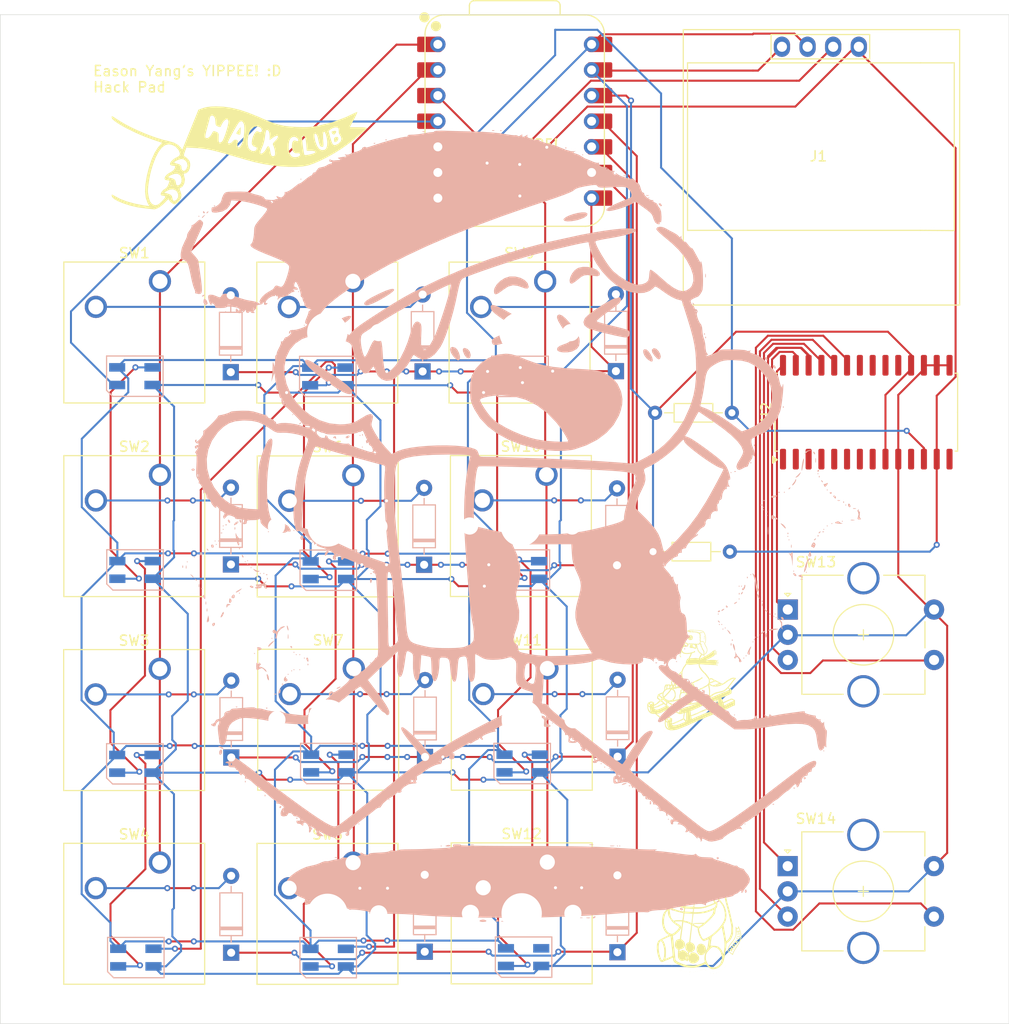
<source format=kicad_pcb>
(kicad_pcb (version 20240108) (generator "pcbnew") (generator_version "8.0")
  (layers (0 "F.Cu" signal) (31 "B.Cu" signal) (34 "B.Paste" user) (35 "F.Paste" user) (36 "B.SilkS" user "B.Silkscreen") (37 "F.SilkS" user "F.Silkscreen") (38 "B.Mask" user) (39 "F.Mask" user) (44 "Edge.Cuts" user))
  (net 0 "")
  (net 1 "Net-(D1-A)")
  (net 2 "row 1")
  (net 3 "row 2")
  (net 4 "Net-(D2-A)")
  (net 5 "Net-(D3-A)")
  (net 6 "row 3")
  (net 7 "Net-(D4-A)")
  (net 8 "row 4")
  (net 9 "Net-(D5-A)")
  (net 10 "Net-(D6-A)")
  (net 11 "Net-(D7-A)")
  (net 12 "Net-(D8-A)")
  (net 13 "Net-(D9-A)")
  (net 14 "Net-(D10-A)")
  (net 15 "Net-(D11-A)")
  (net 16 "Net-(D12-A)")
  (net 17 "LED")
  (net 18 "+5V")
  (net 19 "Net-(D13-DOUT)")
  (net 20 "Net-(D14-DOUT)")
  (net 21 "Net-(D15-DOUT)")
  (net 22 "Net-(D16-DOUT)")
  (net 23 "Net-(D17-DOUT)")
  (net 24 "Net-(D21-DOUT)")
  (net 25 "Net-(D22-DOUT)")
  (net 26 "Net-(D23-DOUT)")
  (net 27 "column 1")
  (net 28 "column 2")
  (net 29 "column 3")
  (net 30 "E1_SW")
  (net 31 "E2_SW")
  (net 33 "+3.3V")
  (net 34 "Net-(J1-Pin_4)")
  (net 35 "Net-(J1-Pin_3)")
  (net 36 "E2_A")
  (net 37 "E1_A")
  (net 38 "E2_B")
  (net 39 "E1_B")
  (net 40 "GND")
  (net 42 "Net-(D18-DOUT)")
  (net 43 "Net-(D19-DOUT)")
  (net 44 "Net-(D20-DOUT)")
  (footprint "Button_Switch_Keyboard:SW_Cherry_MX_1.00u_PCB" (layer "F.Cu") (at 102.525 125.695)
    (property "Reference" "SW12")
    (property "Value" "SW_Push" (hide yes))
  )
  (footprint "Button_Switch_Keyboard:SW_Cherry_MX_1.00u_PCB" (layer "F.Cu") (at 83.295 87.345)
    (property "Reference" "SW6")
    (property "Value" "SW_Push" (hide yes))
  )
  (footprint "Button_Switch_Keyboard:SW_Cherry_MX_1.00u_PCB" (layer "F.Cu") (at 102.445 87.305)
    (property "Reference" "SW10")
    (property "Value" "SW_Push" (hide yes))
  )
  (footprint "Button_Switch_Keyboard:SW_Cherry_MX_1.00u_PCB" (layer "F.Cu") (at 64.125 87.315)
    (property "Reference" "SW2")
    (property "Value" "SW_Push" (hide yes))
  )
  (footprint "Resistor_THT:R_Axial_DIN0204_L3.6mm_D1.6mm_P7.62mm_Horizontal" (layer "F.Cu") (at 120.625 94.925 180)
    (property "Reference" "R2" (hide yes))
    (property "Value" "R" (hide yes))
  )
  (footprint "LOGO" (layer "F.Cu") (at 72.04 55.83)
    (property "Reference" "G***" (hide yes))
    (property "Value" "LOGO" (hide yes))
  )
  (footprint "Rotary_Encoder:RotaryEncoder_Alps_EC11E-Switch_Vertical_H20mm_CircularMountingHoles" (layer "F.Cu") (at 126.355 126.095)
    (property "Reference" "SW14")
    (property "Value" "RotaryEncoder_Switch" (hide yes))
  )
  (footprint "LOGO" (layer "F.Cu") (at 116.83812 107.657506)
    (property "Reference" "G***" (hide yes))
    (property "Value" "LOGO" (hide yes))
  )
  (footprint "Button_Switch_Keyboard:SW_Cherry_MX_1.00u_PCB" (layer "F.Cu") (at 83.275 125.745)
    (property "Reference" "SW8")
    (property "Value" "SW_Push" (hide yes))
  )
  (footprint "Button_Switch_Keyboard:SW_Cherry_MX_1.00u_PCB" (layer "F.Cu") (at 83.345 106.505)
    (property "Reference" "SW7")
    (property "Value" "SW_Push" (hide yes))
  )
  (footprint "Button_Switch_Keyboard:SW_Cherry_MX_1.00u_PCB" (layer "F.Cu") (at 64.125 68.125)
    (property "Reference" "SW1")
    (property "Value" "SW_Push" (hide yes))
  )
  (footprint "Resistor_THT:R_Axial_DIN0204_L3.6mm_D1.6mm_P7.62mm_Horizontal" (layer "F.Cu") (at 120.825 81.165 180)
    (property "Reference" "R1" (hide yes))
    (property "Value" "R" (hide yes))
  )
  (footprint "Button_Switch_Keyboard:SW_Cherry_MX_1.00u_PCB" (layer "F.Cu") (at 102.535 106.505)
    (property "Reference" "SW11")
    (property "Value" "SW_Push" (hide yes))
  )
  (footprint "Package_SO:SOIC-28W_7.5x17.9mm_P1.27mm" (layer "F.Cu") (at 134.145 81.105 90)
    (property "Reference" "U2")
    (property "Value" "MCP23017_SO" (hide yes))
  )
  (footprint "Button_Switch_Keyboard:SW_Cherry_MX_1.00u_PCB" (layer "F.Cu") (at 83.255 68.135)
    (property "Reference" "SW5")
    (property "Value" "SW_Push" (hide yes))
  )
  (footprint "Button_Switch_Keyboard:SW_Cherry_MX_1.00u_PCB" (layer "F.Cu") (at 64.105 106.535)
    (property "Reference" "SW3")
    (property "Value" "SW_Push" (hide yes))
  )
  (footprint "LOGO" (layer "F.Cu") (at 117.56 130.86)
    (property "Reference" "G***" (hide yes))
    (property "Value" "LOGO" (hide yes))
  )
  (footprint "Button_Switch_Keyboard:SW_Cherry_MX_1.00u_PCB" (layer "F.Cu") (at 102.315 68.135)
    (property "Reference" "SW9")
    (property "Value" "SW_Push" (hide yes))
  )
  (footprint "Library:128x64OLED" (layer "F.Cu") (at 129.405 55.485)
    (property "Reference" "J1")
    (property "Value" "Conn_01x04_Pin" (hide yes))
  )
  (footprint "Button_Switch_Keyboard:SW_Cherry_MX_1.00u_PCB" (layer "F.Cu") (at 64.115 125.735)
    (property "Reference" "SW4")
    (property "Value" "SW_Push" (hide yes))
  )
  (footprint "OPL:XIAO-RP2040-DIP" (layer "F.Cu") (at 99.295 52.265)
    (property "Reference" "U1" (hide yes))
    (property "Value" "XIAO-RP2040-DIP")
  )
  (footprint "Rotary_Encoder:RotaryEncoder_Alps_EC11E-Switch_Vertical_H20mm_CircularMountingHoles" (layer "F.Cu") (at 126.36375 100.66375)
    (property "Reference" "SW13")
    (property "Value" "RotaryEncoder_Switch" (hide yes))
  )
  (footprint "Diode_THT:D_DO-35_SOD27_P7.62mm_Horizontal" (layer "B.Cu") (at 109.435 96.275 90)
    (property "Reference" "D10" (hide yes))
    (property "Value" "1N4148" (hide yes))
  )
  (footprint "Diode_THT:D_DO-35_SOD27_P7.62mm_Horizontal" (layer "B.Cu") (at 109.495 115.245 90)
    (property "Reference" "D11" (hide yes))
    (property "Value" "1N4148" (hide yes))
  )
  (footprint "LED_SMD:LED_SK6812MINI_PLCC4_3.5x3.5mm_P1.75mm" (layer "B.Cu") (at 99.955 96.745 180)
    (property "Reference" "D22" (hide yes))
    (property "Value" "SK6812MINI" (hide yes))
  )
  (footprint "Diode_THT:D_DO-35_SOD27_P7.62mm_Horizontal" (layer "B.Cu") (at 71.165 96.195 90)
    (property "Reference" "D2" (hide yes))
    (property "Value" "1N4148" (hide yes))
  )
  (footprint "Diode_THT:D_DO-35_SOD27_P7.62mm_Horizontal" (layer "B.Cu") (at 109.475 134.625 90)
    (property "Reference" "D12" (hide yes))
    (property "Value" "1N4148" (hide yes))
  )
  (footprint "LED_SMD:LED_SK6812MINI_PLCC4_3.5x3.5mm_P1.75mm" (layer "B.Cu") (at 80.815 96.765 180)
    (property "Reference" "D18" (hide yes))
    (property "Value" "SK6812MINI" (hide yes))
  )
  (footprint "LED_SMD:LED_SK6812MINI_PLCC4_3.5x3.5mm_P1.75mm" (layer "B.Cu") (at 80.805 135.165 180)
    (property "Reference" "D20" (hide yes))
    (property "Value" "SK6812MINI" (hide yes))
  )
  (footprint "Diode_THT:D_DO-35_SOD27_P7.62mm_Horizontal" (layer "B.Cu") (at 71.195 115.325 90)
    (property "Reference" "D3" (hide yes))
    (property "Value" "1N4148" (hide yes))
  )
  (footprint "LOGO" (layer "B.Cu") (at 98.614396 89.32794 180)
    (property "Reference" "G***" (hide yes))
    (property "Value" "LOGO" (hide yes))
  )
  (footprint "Diode_THT:D_DO-35_SOD27_P7.62mm_Horizontal" (layer "B.Cu") (at 90.405 115.275 90)
    (property "Reference" "D7" (hide yes))
    (property "Value" "1N4148" (hide yes))
  )
  (footprint "Diode_THT:D_DO-35_SOD27_P7.62mm_Horizontal" (layer "B.Cu") (at 71.185 134.675 90)
    (property "Reference" "D4" (hide yes))
    (property "Value" "1N4148" (hide yes))
  )
  (footprint "Diode_THT:D_DO-35_SOD27_P7.62mm_Horizontal" (layer "B.Cu") (at 90.165 77.065 90)
    (property "Reference" "D5" (hide yes))
    (property "Value" "1N4148" (hide yes))
  )
  (footprint "Diode_THT:D_DO-35_SOD27_P7.62mm_Horizontal" (layer "B.Cu") (at 90.375 134.575 90)
    (property "Reference" "D8" (hide yes))
    (property "Value" "1N4148" (hide yes))
  )
  (footprint "LED_SMD:LED_SK6812MINI_PLCC4_3.5x3.5mm_P1.75mm" (layer "B.Cu") (at 100.035 115.925 180)
    (property "Reference" "D23" (hide yes))
    (property "Value" "SK6812MINI" (hide yes))
  )
  (footprint "LED_SMD:LED_SK6812MINI_PLCC4_3.5x3.5mm_P1.75mm" (layer "B.Cu") (at 80.765 77.56 180)
    (property "Reference" "D17" (hide yes))
    (property "Value" "SK6812MINI" (hide yes))
  )
  (footprint "LED_SMD:LED_SK6812MINI_PLCC4_3.5x3.5mm_P1.75mm" (layer "B.Cu") (at 100.175 135.115 180)
    (property "Reference" "D24" (hide yes))
    (property "Value" "SK6812MINI" (hide yes))
  )
  (footprint "LED_SMD:LED_SK6812MINI_PLCC4_3.5x3.5mm_P1.75mm" (layer "B.Cu") (at 61.655 96.735 180)
    (property "Reference" "D14" (hide yes))
    (property "Value" "SK6812MINI" (hide yes))
  )
  (footprint "Diode_THT:D_DO-35_SOD27_P7.62mm_Horizontal" (layer "B.Cu") (at 109.325 77.035 90)
    (property "Reference" "D9" (hide yes))
    (property "Value" "1N4148" (hide yes))
  )
  (footprint "Diode_THT:D_DO-35_SOD27_P7.62mm_Horizontal" (layer "B.Cu") (at 90.315 96.225 90)
    (property "Reference" "D6" (hide yes))
    (property "Value" "1N4148" (hide yes))
  )
  (footprint "LED_SMD:LED_SK6812MINI_PLCC4_3.5x3.5mm_P1.75mm" (layer "B.Cu") (at 80.865 115.925 180)
    (property "Reference" "D19" (hide yes))
    (property "Value" "SK6812MINI" (hide yes))
  )
  (footprint "LED_SMD:LED_SK6812MINI_PLCC4_3.5x3.5mm_P1.75mm" (layer "B.Cu") (at 61.735 135.155 180)
    (property "Reference" "D16" (hide yes))
    (property "Value" "SK6812MINI" (hide yes))
  )
  (footprint "Diode_THT:D_DO-35_SOD27_P7.62mm_Horizontal" (layer "B.Cu") (at 71.145 77.135 90)
    (property "Reference" "D1" (hide yes))
    (property "Value" "1N4148" (hide yes))
  )
  (footprint "LED_SMD:LED_SK6812MINI_PLCC4_3.5x3.5mm_P1.75mm" (layer "B.Cu") (at 61.635 77.535 180)
    (property "Reference" "D13" (hide yes))
    (property "Value" "SK6812MINI" (hide yes))
  )
  (footprint "LED_SMD:LED_SK6812MINI_PLCC4_3.5x3.5mm_P1.75mm" (layer "B.Cu") (at 99.825 77.555 180)
    (property "Reference" "D21" (hide yes))
    (property "Value" "SK6812MINI" (hide yes))
  )
  (footprint "LED_SMD:LED_SK6812MINI_PLCC4_3.5x3.5mm_P1.75mm" (layer "B.Cu") (at 61.635 115.955 180)
    (property "Reference" "D15" (hide yes))
    (property "Value" "SK6812MINI" (hide yes))
  )
  (gr_rect (start 48.295 41.705) (end 148.295 141.705) (stroke (width 0.05)) (fill none) (layer "Edge.Cuts"))
  (gr_text "XIAO HERE!" (at 95.085 55.155 0) (layer "F.SilkS") (effects (font (size 1 1)) (justify left bottom)))
  (gr_text "Eason Yang's YIPPEE! :D\nHack Pad" (at 57.41 49.48 0) (layer "F.SilkS") (effects (font (size 1 1)) (justify left bottom)))
  (segment (start 71.145 69.515) (end 69.995 70.665) (width 0.2) (layer "B.Cu") (net 1))
  (segment (start 69.995 70.665) (end 57.775 70.665) (width 0.2) (layer "B.Cu") (net 1))
  (segment (start 109.325 77.035) (end 106.895 74.605) (width 0.2) (layer "F.Cu") (net 2))
  (segment (start 109.325 77.035) (end 103.055 77.035) (width 0.2) (layer "F.Cu") (net 2))
  (segment (start 90.165 77.065) (end 91.795 77.065) (width 0.2) (layer "F.Cu") (net 2))
  (segment (start 90.165 77.065) (end 88.545 77.065) (width 0.2) (layer "F.Cu") (net 2))
  (segment (start 93.935 77.065) (end 96.605 77.065) (width 0.2) (layer "F.Cu") (net 2))
  (segment (start 106.895 74.605) (end 106.895 59.915) (width 0.2) (layer "F.Cu") (net 2))
  (segment (start 71.145 77.135) (end 77.585 77.135) (width 0.2) (layer "F.Cu") (net 2))
  (segment (start 86.615 77.065) (end 84.015 77.065) (width 0.2) (layer "F.Cu") (net 2))
  (via (at 103.055 77.035) (size 0.6) (drill 0.3) (layers "F.Cu" "B.Cu") (net 2))
  (via (at 86.615 77.065) (size 0.6) (drill 0.3) (layers "F.Cu" "B.Cu") (net 2))
  (via (at 91.795 77.065) (size 0.6) (drill 0.3) (layers "F.Cu" "B.Cu") (net 2))
  (via (at 96.605 77.065) (size 0.6) (drill 0.3) (layers "F.Cu" "B.Cu") (net 2))
  (via (at 77.585 77.135) (size 0.6) (drill 0.3) (layers "F.Cu" "B.Cu") (net 2))
  (via (at 84.015 77.065) (size 0.6) (drill 0.3) (layers "F.Cu" "B.Cu") (net 2))
  (via (at 88.545 77.065) (size 0.6) (drill 0.3) (layers "F.Cu" "B.Cu") (net 2))
  (via (at 93.935 77.065) (size 0.6) (drill 0.3) (layers "F.Cu" "B.Cu") (net 2))
  (segment (start 91.795 77.065) (end 93.935 77.065) (width 0.2) (layer "B.Cu") (net 2))
  (segment (start 83.67 77.41) (end 84.015 77.065) (width 0.2) (layer "B.Cu") (net 2))
  (segment (start 96.605 77.065) (end 96.945 77.405) (width 0.2) (layer "B.Cu") (net 2))
  (segment (start 86.615 77.065) (end 88.545 77.065) (width 0.2) (layer "B.Cu") (net 2))
  (segment (start 102.685 77.405) (end 103.055 77.035) (width 0.2) (layer "B.Cu") (net 2))
  (segment (start 77.585 77.135) (end 77.86 77.41) (width 0.2) (layer "B.Cu") (net 2))
  (segment (start 96.945 77.405) (end 102.685 77.405) (width 0.2) (layer "B.Cu") (net 2))
  (segment (start 77.86 77.41) (end 83.67 77.41) (width 0.2) (layer "B.Cu") (net 2))
  (segment (start 109.435 96.275) (end 103.215 96.275) (width 0.2) (layer "F.Cu") (net 3))
  (segment (start 110.595 60.24) (end 107.73 57.375) (width 0.2) (layer "F.Cu") (net 3))
  (segment (start 94.085 96.225) (end 96.725 96.225) (width 0.2) (layer "F.Cu") (net 3))
  (segment (start 90.315 96.225) (end 91.975 96.225) (width 0.2) (layer "F.Cu") (net 3))
  (segment (start 90.315 96.225) (end 88.665 96.225) (width 0.2) (layer "F.Cu") (net 3))
  (segment (start 107.73 57.375) (end 106.895 57.375) (width 0.2) (layer "F.Cu") (net 3))
  (segment (start 110.595 95.115) (end 110.595 60.24) (width 0.2) (layer "F.Cu") (net 3))
  (segment (start 109.435 96.275) (end 110.595 95.115) (width 0.2) (layer "F.Cu") (net 3))
  (segment (start 86.585 96.225) (end 84.135 96.225) (width 0.2) (layer "F.Cu") (net 3))
  (segment (start 71.165 96.195) (end 77.545 96.195) (width 0.2) (layer "F.Cu") (net 3))
  (via (at 88.665 96.225) (size 0.6) (drill 0.3) (layers "F.Cu" "B.Cu") (net 3))
  (via (at 91.975 96.225) (size 0.6) (drill 0.3) (layers "F.Cu" "B.Cu") (net 3))
  (via (at 103.215 96.275) (size 0.6) (drill 0.3) (layers "F.Cu" "B.Cu") (net 3))
  (via (at 86.585 96.225) (size 0.6) (drill 0.3) (layers "F.Cu" "B.Cu") (net 3))
  (via (at 94.085 96.225) (size 0.6) (drill 0.3) (layers "F.Cu" "B.Cu") (net 3))
  (via (at 77.545 96.195) (size 0.6) (drill 0.3) (layers "F.Cu" "B.Cu") (net 3))
  (via (at 84.135 96.225) (size 0.6) (drill 0.3) (layers "F.Cu" "B.Cu") (net 3))
  (via (at 96.725 96.225) (size 0.6) (drill 0.3) (layers "F.Cu" "B.Cu") (net 3))
  (segment (start 91.975 96.225) (end 94.085 96.225) (width 0.2) (layer "B.Cu") (net 3))
  (segment (start 77.545 96.195) (end 77.965 96.615) (width 0.2) (layer "B.Cu") (net 3))
  (segment (start 88.665 96.225) (end 86.585 96.225) (width 0.2) (layer "B.Cu") (net 3))
  (segment (start 83.745 96.615) (end 84.135 96.225) (width 0.2) (layer "B.Cu") (net 3))
  (segment (start 102.725 96.765) (end 103.215 96.275) (width 0.2) (layer "B.Cu") (net 3))
  (segment (start 96.725 96.225) (end 97.265 96.765) (width 0.2) (layer "B.Cu") (net 3))
  (segment (start 77.965 96.615) (end 83.745 96.615) (width 0.2) (layer "B.Cu") (net 3))
  (segment (start 97.265 96.765) (end 102.725 96.765) (width 0.2) (layer "B.Cu") (net 3))
  (segment (start 64.865 89.855) (end 67.395 89.855) (width 0.2) (layer "F.Cu") (net 4))
  (via (at 67.395 89.855) (size 0.6) (drill 0.3) (layers "F.Cu" "B.Cu") (net 4))
  (via (at 64.865 89.855) (size 0.6) (drill 0.3) (layers "F.Cu" "B.Cu") (net 4))
  (segment (start 71.165 88.575) (end 69.885 89.855) (width 0.2) (layer "B.Cu") (net 4))
  (segment (start 69.885 89.855) (end 67.395 89.855) (width 0.2) (layer "B.Cu") (net 4))
  (segment (start 64.865 89.855) (end 57.775 89.855) (width 0.2) (layer "B.Cu") (net 4))
  (segment (start 64.995 109.075) (end 67.485 109.075) (width 0.2) (layer "F.Cu") (net 5))
  (via (at 67.485 109.075) (size 0.6) (drill 0.3) (layers "F.Cu" "B.Cu") (net 5))
  (via (at 64.995 109.075) (size 0.6) (drill 0.3) (layers "F.Cu" "B.Cu") (net 5))
  (segment (start 71.195 107.705) (end 69.825 109.075) (width 0.2) (layer "B.Cu") (net 5))
  (segment (start 69.825 109.075) (end 67.485 109.075) (width 0.2) (layer "B.Cu") (net 5))
  (segment (start 64.995 109.075) (end 57.755 109.075) (width 0.2) (layer "B.Cu") (net 5))
  (segment (start 86.675 115.275) (end 84.195 115.275) (width 0.2) (layer "F.Cu") (net 6))
  (segment (start 71.195 115.325) (end 77.585 115.325) (width 0.2) (layer "F.Cu") (net 6))
  (segment (start 90.405 115.275) (end 92.175 115.275) (width 0.2) (layer "F.Cu") (net 6))
  (segment (start 107.73 54.835) (end 106.895 54.835) (width 0.2) (layer "F.Cu") (net 6))
  (segment (start 109.495 115.245) (end 103.355 115.245) (width 0.2) (layer "F.Cu") (net 6))
  (segment (start 94.155 115.275) (end 96.815 115.275) (width 0.2) (layer "F.Cu") (net 6))
  (segment (start 109.495 115.245) (end 110.995 113.745) (width 0.2) (layer "F.Cu") (net 6))
  (segment (start 110.995 58.1) (end 107.73 54.835) (width 0.2) (layer "F.Cu") (net 6))
  (segment (start 110.995 113.745) (end 110.995 58.1) (width 0.2) (layer "F.Cu") (net 6))
  (segment (start 90.405 115.275) (end 88.635 115.275) (width 0.2) (layer "F.Cu") (net 6))
  (via (at 94.155 115.275) (size 0.6) (drill 0.3) (layers "F.Cu" "B.Cu") (net 6))
  (via (at 84.195 115.275) (size 0.6) (drill 0.3) (layers "F.Cu" "B.Cu") (net 6))
  (via (at 96.815 115.275) (size 0.6) (drill 0.3) (layers "F.Cu" "B.Cu") (net 6))
  (via (at 77.585 115.325) (size 0.6) (drill 0.3) (layers "F.Cu" "B.Cu") (net 6))
  (via (at 88.635 115.275) (size 0.6) (drill 0.3) (layers "F.Cu" "B.Cu") (net 6))
  (via (at 92.175 115.275) (size 0.6) (drill 0.3) (layers "F.Cu" "B.Cu") (net 6))
  (via (at 103.355 115.245) (size 0.6) (drill 0.3) (layers "F.Cu" "B.Cu") (net 6))
  (via (at 86.675 115.275) (size 0.6) (drill 0.3) (layers "F.Cu" "B.Cu") (net 6))
  (segment (start 97.315 115.775) (end 102.825 115.775) (width 0.2) (layer "B.Cu") (net 6))
  (segment (start 92.175 115.275) (end 94.155 115.275) (width 0.2) (layer "B.Cu") (net 6))
  (segment (start 83.695 115.775) (end 78.035 115.775) (width 0.2) (layer "B.Cu") (net 6))
  (segment (start 96.815 115.275) (end 97.315 115.775) (width 0.2) (layer "B.Cu") (net 6))
  (segment (start 84.195 115.275) (end 83.695 115.775) (width 0.2) (layer "B.Cu") (net 6))
  (segment (start 102.825 115.775) (end 103.355 115.245) (width 0.2) (layer "B.Cu") (net 6))
  (segment (start 88.635 115.275) (end 86.675 115.275) (width 0.2) (layer "B.Cu") (net 6))
  (segment (start 78.035 115.775) (end 77.585 115.325) (width 0.2) (layer "B.Cu") (net 6))
  (segment (start 64.855 128.275) (end 67.475 128.275) (width 0.2) (layer "F.Cu") (net 7))
  (via (at 67.475 128.275) (size 0.6) (drill 0.3) (layers "F.Cu" "B.Cu") (net 7))
  (via (at 64.855 128.275) (size 0.6) (drill 0.3) (layers "F.Cu" "B.Cu") (net 7))
  (segment (start 64.855 128.275) (end 57.765 128.275) (width 0.2) (layer "B.Cu") (net 7))
  (segment (start 71.185 127.055) (end 69.965 128.275) (width 0.2) (layer "B.Cu") (net 7))
  (segment (start 69.965 128.275) (end 67.475 128.275) (width 0.2) (layer "B.Cu") (net 7))
  (segment (start 111.395 55.71737) (end 107.97263 52.295) (width 0.2) (layer "F.Cu") (net 8))
  (segment (start 109.475 134.625) (end 111.395 132.705) (width 0.2) (layer "F.Cu") (net 8))
  (segment (start 103.625 134.575) (end 109.425 134.575) (width 0.2) (layer "F.Cu") (net 8))
  (segment (start 71.185 134.675) (end 77.455 134.675) (width 0.2) (layer "F.Cu") (net 8))
  (segment (start 90.275 134.675) (end 90.375 134.575) (width 0.2) (layer "F.Cu") (net 8))
  (segment (start 111.395 132.705) (end 111.395 55.71737) (width 0.2) (layer "F.Cu") (net 8))
  (segment (start 109.425 134.575) (end 109.475 134.625) (width 0.2) (layer "F.Cu") (net 8))
  (segment (start 84.175 134.675) (end 90.275 134.675) (width 0.2) (layer "F.Cu") (net 8))
  (segment (start 107.97263 52.295) (end 106.895 52.295) (width 0.2) (layer "F.Cu") (net 8))
  (segment (start 90.375 134.575) (end 96.705 134.575) (width 0.2) (layer "F.Cu") (net 8))
  (via (at 84.175 134.675) (size 0.6) (drill 0.3) (layers "F.Cu" "B.Cu") (net 8))
  (via (at 96.705 134.575) (size 0.6) (drill 0.3) (layers "F.Cu" "B.Cu") (net 8))
  (via (at 77.455 134.675) (size 0.6) (drill 0.3) (layers "F.Cu" "B.Cu") (net 8))
  (via (at 103.625 134.575) (size 0.6) (drill 0.3) (layers "F.Cu" "B.Cu") (net 8))
  (segment (start 96.705 134.575) (end 97.095 134.965) (width 0.2) (layer "B.Cu") (net 8))
  (segment (start 78.095 135.315) (end 83.535 135.315) (width 0.2) (layer "B.Cu") (net 8))
  (segment (start 97.095 134.965) (end 103.235 134.965) (width 0.2) (layer "B.Cu") (net 8))
  (segment (start 77.455 134.675) (end 78.095 135.315) (width 0.2) (layer "B.Cu") (net 8))
  (segment (start 103.235 134.965) (end 103.625 134.575) (width 0.2) (layer "B.Cu") (net 8))
  (segment (start 83.535 135.315) (end 84.175 134.675) (width 0.2) (layer "B.Cu") (net 8))
  (segment (start 88.935 70.675) (end 76.905 70.675) (width 0.2) (layer "B.Cu") (net 9))
  (segment (start 90.165 69.445) (end 88.935 70.675) (width 0.2) (layer "B.Cu") (net 9))
  (segment (start 84.055 89.885) (end 86.585 89.885) (width 0.2) (layer "F.Cu") (net 10))
  (via (at 84.055 89.885) (size 0.6) (drill 0.3) (layers "F.Cu" "B.Cu") (net 10))
  (via (at 86.585 89.885) (size 0.6) (drill 0.3) (layers "F.Cu" "B.Cu") (net 10))
  (segment (start 89.035 89.885) (end 86.585 89.885) (width 0.2) (layer "B.Cu") (net 10))
  (segment (start 90.315 88.605) (end 89.035 89.885) (width 0.2) (layer "B.Cu") (net 10))
  (segment (start 84.055 89.885) (end 76.945 89.885) (width 0.2) (layer "B.Cu") (net 10))
  (segment (start 83.965 109.045) (end 86.595 109.045) (width 0.2) (layer "F.Cu") (net 11))
  (via (at 83.965 109.045) (size 0.6) (drill 0.3) (layers "F.Cu" "B.Cu") (net 11))
  (via (at 86.595 109.045) (size 0.6) (drill 0.3) (layers "F.Cu" "B.Cu") (net 11))
  (segment (start 90.405 107.655) (end 89.015 109.045) (width 0.2) (layer "B.Cu") (net 11))
  (segment (start 83.965 109.045) (end 76.995 109.045) (width 0.2) (layer "B.Cu") (net 11))
  (segment (start 89.015 109.045) (end 86.595 109.045) (width 0.2) (layer "B.Cu") (net 11))
  (segment (start 83.945 128.285) (end 86.685 128.285) (width 0.2) (layer "F.Cu") (net 12))
  (via (at 86.685 128.285) (size 0.6) (drill 0.3) (layers "F.Cu" "B.Cu") (net 12))
  (via (at 83.945 128.285) (size 0.6) (drill 0.3) (layers "F.Cu" "B.Cu") (net 12))
  (segment (start 90.375 126.955) (end 89.045 128.285) (width 0.2) (layer "B.Cu") (net 12))
  (segment (start 89.045 128.285) (end 86.685 128.285) (width 0.2) (layer "B.Cu") (net 12))
  (segment (start 83.945 128.285) (end 76.925 128.285) (width 0.2) (layer "B.Cu") (net 12))
  (segment (start 108.065 70.675) (end 95.965 70.675) (width 0.2) (layer "B.Cu") (net 13))
  (segment (start 109.325 69.415) (end 108.065 70.675) (width 0.2) (layer "B.Cu") (net 13))
  (segment (start 103.205 89.845) (end 105.855 89.845) (width 0.2) (layer "F.Cu") (net 14))
  (via (at 105.855 89.845) (size 0.6) (drill 0.3) (layers "F.Cu" "B.Cu") (net 14))
  (via (at 103.205 89.845) (size 0.6) (drill 0.3) (layers "F.Cu" "B.Cu") (net 14))
  (segment (start 103.205 89.845) (end 96.095 89.845) (width 0.2) (layer "B.Cu") (net 14))
  (segment (start 108.245 89.845) (end 105.855 89.845) (width 0.2) (layer "B.Cu") (net 14))
  (segment (start 109.435 88.655) (end 108.245 89.845) (width 0.2) (layer "B.Cu") (net 14))
  (segment (start 103.255 109.045) (end 106.005 109.045) (width 0.2) (layer "F.Cu") (net 15))
  (via (at 103.255 109.045) (size 0.6) (drill 0.3) (layers "F.Cu" "B.Cu") (net 15))
  (via (at 106.005 109.045) (size 0.6) (drill 0.3) (layers "F.Cu" "B.Cu") (net 15))
  (segment (start 109.495 107.795) (end 108.245 109.045) (width 0.2) (layer "B.Cu") (net 15))
  (segment (start 103.255 109.045) (end 96.185 109.045) (width 0.2) (layer "B.Cu") (net 15))
  (segment (start 108.245 109.045) (end 106.005 109.045) (width 0.2) (layer "B.Cu") (net 15))
  (segment (start 103.335 128.235) (end 105.925 128.235) (width 0.2) (layer "F.Cu") (net 16))
  (via (at 105.925 128.235) (size 0.6) (drill 0.3) (layers "F.Cu" "B.Cu") (net 16))
  (via (at 103.335 128.235) (size 0.6) (drill 0.3) (layers "F.Cu" "B.Cu") (net 16))
  (segment (start 109.475 127.005) (end 108.245 128.235) (width 0.2) (layer "B.Cu") (net 16))
  (segment (start 103.335 128.235) (end 96.175 128.235) (width 0.2) (layer "B.Cu") (net 16))
  (segment (start 108.245 128.235) (end 105.925 128.235) (width 0.2) (layer "B.Cu") (net 16))
  (segment (start 55.305 74.205) (end 55.305 71.115) (width 0.2) (layer "B.Cu") (net 17))
  (segment (start 59.51 78.41) (end 55.305 74.205) (width 0.2) (layer "B.Cu") (net 17))
  (segment (start 74.125 52.295) (end 91.655 52.295) (width 0.2) (layer "B.Cu") (net 17))
  (segment (start 59.885 78.41) (end 59.51 78.41) (width 0.2) (layer "B.Cu") (net 17))
  (segment (start 55.305 71.115) (end 74.125 52.295) (width 0.2) (layer "B.Cu") (net 17))
  (segment (start 84.185 114.175) (end 86.695 114.175) (width 0.2) (layer "F.Cu") (net 18))
  (segment (start 128.325 44.885) (end 127.025 43.585) (width 0.2) (layer "F.Cu") (net 18))
  (segment (start 65.095 114.185) (end 65.155 114.125) (width 0.2) (layer "F.Cu") (net 18))
  (segment (start 65.005 133.555) (end 67.485 133.555) (width 0.2) (layer "F.Cu") (net 18))
  (segment (start 64.925 95.095) (end 67.495 95.095) (width 0.2) (layer "F.Cu") (net 18))
  (segment (start 122.9575 43.585) (end 122.895 43.6475) (width 0.2) (layer "F.Cu") (net 18))
  (segment (start 107.9125 43.6475) (end 106.915 44.645) (width 0.2) (layer "F.Cu") (net 18))
  (segment (start 67.505 114.125) (end 67.565 114.185) (width 0.2) (layer "F.Cu") (net 18))
  (segment (start 65.155 114.125) (end 67.505 114.125) (width 0.2) (layer "F.Cu") (net 18))
  (segment (start 127.025 43.585) (end 122.9575 43.585) (width 0.2) (layer "F.Cu") (net 18))
  (segment (start 84.215 95.125) (end 86.705 95.125) (width 0.2) (layer "F.Cu") (net 18))
  (segment (start 122.895 43.6475) (end 107.9125 43.6475) (width 0.2) (layer "F.Cu") (net 18))
  (segment (start 84.305 133.475) (end 86.655 133.475) (width 0.2) (layer "F.Cu") (net 18))
  (via (at 67.565 114.185) (size 0.6) (drill 0.3) (layers "F.Cu" "B.Cu") (net 18))
  (via (at 84.305 133.475) (size 0.6) (drill 0.3) (layers "F.Cu" "B.Cu") (net 18))
  (via (at 65.005 133.555) (size 0.6) (drill 0.3) (layers "F.Cu" "B.Cu") (net 18))
  (via (at 67.495 95.095) (size 0.6) (drill 0.3) (layers "F.Cu" "B.Cu") (net 18))
  (via (at 65.095 114.185) (size 0.6) (drill 0.3) (layers "F.Cu" "B.Cu") (net 18))
  (via (at 84.215 95.125) (size 0.6) (drill 0.3) (layers "F.Cu" "B.Cu") (net 18))
  (via (at 86.705 95.125) (size 0.6) (drill 0.3) (layers "F.Cu" "B.Cu") (net 18))
  (via (at 64.925 95.095) (size 0.6) (drill 0.3) (layers "F.Cu" "B.Cu") (net 18))
  (via (at 86.655 133.475) (size 0.6) (drill 0.3) (layers "F.Cu" "B.Cu") (net 18))
  (via (at 84.185 114.175) (size 0.6) (drill 0.3) (layers "F.Cu" "B.Cu") (net 18))
  (via (at 86.695 114.175) (size 0.6) (drill 0.3) (layers "F.Cu" "B.Cu") (net 18))
  (via (at 67.485 133.555) (size 0.6) (drill 0.3) (layers "F.Cu" "B.Cu") (net 18))
  (segment (start 96.356471 76.465) (end 97.86 76.465) (width 0.2) (layer "B.Cu") (net 18))
  (segment (start 79.87 133.475) (end 84.305 133.475) (width 0.2) (layer "B.Cu") (net 18))
  (segment (start 79.065 95.89) (end 78.77 95.595) (width 0.2) (layer "B.Cu") (net 18))
  (segment (start 79.055 134.29) (end 79.87 133.475) (width 0.2) (layer "B.Cu") (net 18))
  (segment (start 97.82 114.585) (end 98.285 115.05) (width 0.2) (layer "B.Cu") (net 18))
  (segment (start 78.25 114.185) (end 67.565 114.185) (width 0.2) (layer "B.Cu") (net 18))
  (segment (start 98.195 95.85) (end 97.47 95.125) (width 0.2) (layer "B.Cu") (net 18))
  (segment (start 94.785 109.624899) (end 94.785 97.315) (width 0.2) (layer "B.Cu") (net 18))
  (segment (start 60.985 77.76) (end 59.885 76.66) (width 0.2) (layer "B.Cu") (net 18))
  (segment (start 74.475 89.527944) (end 79.065 94.117944) (width 0.2) (layer "B.Cu") (net 18))
  (segment (start 79.055 134.29) (end 79.055 132.468402) (width 0.2) (layer "B.Cu") (net 18))
  (segment (start 59.545 114.74) (end 59.545 112.844899) (width 0.2) (layer "B.Cu") (net 18))
  (segment (start 59.905 95.86) (end 60.67 95.095) (width 0.2) (layer "B.Cu") (net 18))
  (segment (start 97.355 75.96) (end 79.74 75.96) (width 0.2) (layer "B.Cu") (net 18))
  (segment (start 75.595 109.735) (end 79.115 113.255) (width 0.2) (layer "B.Cu") (net 18))
  (segment (start 78.265 75.935) (end 79.015 76.685) (width 0.2) (layer "B.Cu") (net 18))
  (segment (start 97.635 131.674899) (end 94.775 128.814899) (width 0.2) (layer "B.Cu") (net 18))
  (segment (start 59.905 94.038402) (end 56.375 90.508402) (width 0.2) (layer "B.Cu") (net 18))
  (segment (start 94.785 97.315) (end 96.475 95.625) (width 0.2) (layer "B.Cu") (net 18))
  (segment (start 94.775 116.466471) (end 96.656471 114.585) (width 0.2) (layer "B.Cu") (net 18))
  (segment (start 97.97 95.625) (end 98.195 95.85) (width 0.2) (layer "B.Cu") (net 18))
  (segment (start 97.425 74.114899) (end 94.565 71.254899) (width 0.2) (layer "B.Cu") (net 18))
  (segment (start 94.565 57.005) (end 106.895 44.675) (width 0.2) (layer "B.Cu") (net 18))
  (segment (start 79.055 132.468402) (end 75.525 128.938402) (width 0.2) (layer "B.Cu") (net 18))
  (segment (start 98.075 76.68) (end 97.355 75.96) (width 0.2) (layer "B.Cu") (net 18))
  (segment (start 75.525 128.938402) (end 75.525 116.536471) (width 0.2) (layer "B.Cu") (net 18))
  (segment (start 86.655 133.475) (end 97.66 133.475) (width 0.2) (layer "B.Cu") (net 18))
  (segment (start 60.67 95.095) (end 64.925 95.095) (width 0.2) (layer "B.Cu") (net 18))
  (segment (start 79.115 113.255) (end 79.115 115.05) (width 0.2) (layer "B.Cu") (net 18))
  (segment (start 65.095 114.185) (end 60.78 114.185) (width 0.2) (layer "B.Cu") (net 18))
  (segment (start 79.015 76.685) (end 78.865 76.535) (width 0.2) (layer "B.Cu") (net 18))
  (segment (start 97.86 76.465) (end 98.075 76.68) (width 0.2) (layer "B.Cu") (net 18))
  (segment (start 97.635 133.45) (end 97.635 131.674899) (width 0.2) (layer "B.Cu") (net 18))
  (segment (start 96.656471 114.585) (end 97.82 114.585) (width 0.2) (layer "B.Cu") (net 18))
  (segment (start 59.545 112.844899) (end 56.355 109.654899) (width 0.2) (layer "B.Cu") (net 18))
  (segment (start 74.475 79.396471) (end 74.475 89.527944) (width 0.2) (layer "B.Cu") (net 18))
  (segment (start 79.115 115.05) (end 78.25 114.185) (width 0.2) (layer "B.Cu") (net 18))
  (segment (start 56.365 128.854899) (end 56.365 118.6) (width 0.2) (layer "B.Cu") (net 18))
  (segment (start 98.205 95.87) (end 98.205 94.008402) (width 0.2) (layer "B.Cu") (net 18))
  (segment (start 59.985 134.28) (end 60.71 133.555) (width 0.2) (layer "B.Cu") (net 18))
  (segment (start 97.66 133.475) (end 98.425 134.24) (width 0.2) (layer "B.Cu") (net 18))
  (segment (start 56.365 118.6) (end 59.885 115.08) (width 0.2) (layer "B.Cu") (net 18))
  (segment (start 94.655 90.458402) (end 94.655 78.166471) (width 0.2) (layer "B.Cu") (net 18))
  (segment (start 59.885 76.66) (end 60.61 75.935) (width 0.2) (layer "B.Cu") (net 18))
  (segment (start 97.425 76.03) (end 97.425 74.114899) (width 0.2) (layer "B.Cu") (net 18))
  (segment (start 79.065 94.117944) (end 79.065 95.89) (width 0.2) (layer "B.Cu") (net 18))
  (segment (start 59.225 133.52) (end 59.225 131.714899) (width 0.2) (layer "B.Cu") (net 18))
  (segment (start 67.495 95.095) (end 78.27 95.095) (width 0.2) (layer "B.Cu") (net 18))
  (segment (start 84.185 114.175) (end 79.99 114.175) (width 0.2) (layer "B.Cu") (net 18))
  (segment (start 77.336471 114.725) (end 78.79 114.725) (width 0.2) (layer "B.Cu") (net 18))
  (segment (start 56.355 99.41) (end 59.905 95.86) (width 0.2) (layer "B.Cu") (net 18))
  (segment (start 84.215 95.125) (end 79.83 95.125) (width 0.2) (layer "B.Cu") (net 18))
  (segment (start 67.485 133.555) (end 78.32 133.555) (width 0.2) (layer "B.Cu") (net 18))
  (segment (start 98.075 76.68) (end 97.425 76.03) (width 0.2) (layer "B.Cu") (net 18))
  (segment (start 79.74 75.96) (end 79.015 76.685) (width 0.2) (layer "B.Cu") (net 18))
  (segment (start 78.865 76.535) (end 77.336471 76.535) (width 0.2) (layer "B.Cu") (net 18))
  (segment (start 78.79 114.725) (end 79.115 115.05) (width 0.2) (layer "B.Cu") (net 18))
  (segment (start 59.985 134.28) (end 59.225 133.52) (width 0.2) (layer "B.Cu") (net 18))
  (segment (start 60.985 79.135) (end 60.985 77.76) (width 0.2) (layer "B.Cu") (net 18))
  (segment (start 94.565 71.254899) (end 94.565 57.005) (width 0.2) (layer "B.Cu") (net 18))
  (segment (start 60.61 75.935) (end 78.265 75.935) (width 0.2) (layer "B.Cu") (net 18))
  (segment (start 98.285 115.05) (end 97.645 114.41) (width 0.2) (layer "B.Cu") (net 18))
  (segment (start 97.41 114.175) (end 86.695 114.175) (width 0.2) (layer "B.Cu") (net 18))
  (segment (start 77.296471 95.595) (end 75.595 97.296471) (width 0.2) (layer "B.Cu") (net 18))
  (segment (start 79.83 95.125) (end 79.065 95.89) (width 0.2) (layer "B.Cu") (net 18))
  (segment (start 56.355 109.654899) (end 56.355 99.41) (width 0.2) (layer "B.Cu") (net 18))
  (segment (start 56.375 83.745) (end 60.985 79.135) (width 0.2) (layer "B.Cu") (net 18))
  (segment (start 56.375 90.508402) (end 56.375 83.745) (width 0.2) (layer "B.Cu") (net 18))
  (segment (start 78.77 95.595) (end 77.296471 95.595) (width 0.2) (layer "B.Cu") (net 18))
  (segment (start 94.775 128.814899) (end 94.775 116.466471) (width 0.2) (layer "B.Cu") (net 18))
  (segment (start 75.595 97.296471) (end 75.595 109.735) (width 0.2) (layer "B.Cu") (net 18))
  (segment (start 78.27 95.095) (end 79.065 95.89) (width 0.2) (layer "B.Cu") (net 18))
  (segment (start 59.905 95.86) (end 59.905 94.038402) (width 0.2) (layer "B.Cu") (net 18))
  (segment (start 59.225 131.714899) (end 56.365 128.854899) (width 0.2) (layer "B.Cu") (net 18))
  (segment (start 96.475 95.625) (end 97.97 95.625) (width 0.2) (layer "B.Cu") (net 18))
  (segment (start 94.655 78.166471) (end 96.356471 76.465) (width 0.2) (layer "B.Cu") (net 18))
  (segment (start 97.645 112.484899) (end 94.785 109.624899) (width 0.2) (layer "B.Cu") (net 18))
  (segment (start 75.525 116.536471) (end 77.336471 114.725) (width 0.2) (layer "B.Cu") (net 18))
  (segment (start 78.32 133.555) (end 79.055 134.29) (width 0.2) (layer "B.Cu") (net 18))
  (segment (start 98.425 134.24) (end 97.635 133.45) (width 0.2) (layer "B.Cu") (net 18))
  (segment (start 77.336471 76.535) (end 74.475 79.396471) (width 0.2) (layer "B.Cu") (net 18))
  (segment (start 59.885 115.08) (end 59.545 114.74) (width 0.2) (layer "B.Cu") (net 18))
  (segment (start 97.645 114.41) (end 97.645 112.484899) (width 0.2) (layer "B.Cu") (net 18))
  (segment (start 60.78 114.185) (end 59.885 115.08) (width 0.2) (layer "B.Cu") (net 18))
  (segment (start 98.205 94.008402) (end 94.655 90.458402) (width 0.2) (layer "B.Cu") (net 18))
  (segment (start 60.71 133.555) (end 65.005 133.555) (width 0.2) (layer "B.Cu") (net 18))
  (segment (start 97.47 95.125) (end 86.705 95.125) (width 0.2) (layer "B.Cu") (net 18))
  (segment (start 98.285 115.05) (end 97.41 114.175) (width 0.2) (layer "B.Cu") (net 18))
  (segment (start 79.99 114.175) (end 79.115 115.05) (width 0.2) (layer "B.Cu") (net 18))
  (segment (start 59.235 79.12) (end 59.235 94.785) (width 0.2) (layer "F.Cu") (net 19))
  (segment (start 59.235 94.785) (end 62.04 97.59) (width 0.2) (layer "F.Cu") (net 19))
  (segment (start 61.695 76.66) (end 59.235 79.12) (width 0.2) (layer "F.Cu") (net 19))
  (via (at 62.04 97.59) (size 0.6) (drill 0.3) (layers "F.Cu" "B.Cu") (net 19))
  (via (at 61.695 76.66) (size 0.6) (drill 0.3) (layers "F.Cu" "B.Cu") (net 19))
  (segment (start 62.04 97.59) (end 62.02 97.61) (width 0.2) (layer "B.Cu") (net 19))
  (segment (start 62.02 97.61) (end 59.905 97.61) (width 0.2) (layer "B.Cu") (net 19))
  (segment (start 63.385 76.66) (end 61.695 76.66) (width 0.2) (layer "B.Cu") (net 19))
  (segment (start 61.865 95.86) (end 62.64 96.635) (width 0.2) (layer "F.Cu") (net 20))
  (segment (start 59.215 113.865) (end 62.085 116.735) (width 0.2) (layer "F.Cu") (net 20))
  (segment (start 62.64 107.216598) (end 59.215 110.641598) (width 0.2) (layer "F.Cu") (net 20))
  (segment (start 59.215 110.641598) (end 59.215 113.865) (width 0.2) (layer "F.Cu") (net 20))
  (segment (start 62.64 96.635) (end 62.64 107.216598) (width 0.2) (layer "F.Cu") (net 20))
  (via (at 62.085 116.735) (size 0.6) (drill 0.3) (layers "F.Cu" "B.Cu") (net 20))
  (via (at 61.865 95.86) (size 0.6) (drill 0.3) (layers "F.Cu" "B.Cu") (net 20))
  (segment (start 62.085 116.735) (end 61.99 116.83) (width 0.2) (layer "B.Cu") (net 20))
  (segment (start 63.405 95.86) (end 61.865 95.86) (width 0.2) (layer "B.Cu") (net 20))
  (segment (start 61.99 116.83) (end 59.885 116.83) (width 0.2) (layer "B.Cu") (net 20))
  (segment (start 59.225 133.005) (end 62.145 135.925) (width 0.2) (layer "F.Cu") (net 21))
  (segment (start 62.685 115.94) (end 62.685 126.381598) (width 0.2) (layer "F.Cu") (net 21))
  (segment (start 61.825 115.08) (end 62.685 115.94) (width 0.2) (layer "F.Cu") (net 21))
  (segment (start 62.685 126.381598) (end 59.225 129.841598) (width 0.2) (layer "F.Cu") (net 21))
  (segment (start 59.225 129.841598) (end 59.225 133.005) (width 0.2) (layer "F.Cu") (net 21))
  (via (at 62.145 135.925) (size 0.6) (drill 0.3) (layers "F.Cu" "B.Cu") (net 21))
  (via (at 61.825 115.08) (size 0.6) (drill 0.3) (layers "F.Cu" "B.Cu") (net 21))
  (segment (start 62.145 135.925) (end 62.04 136.03) (width 0.2) (layer "B.Cu") (net 21))
  (segment (start 63.385 115.08) (end 61.825 115.08) (width 0.2) (layer "B.Cu") (net 21))
  (segment (start 62.04 136.03) (end 59.985 136.03) (width 0.2) (layer "B.Cu") (net 21))
  (segment (start 80.605 76.085) (end 81.145 76.085) (width 0.2) (layer "F.Cu") (net 22))
  (segment (start 68.175 134.28) (end 68.175 88.809314) (width 0.2) (layer "F.Cu") (net 22))
  (segment (start 79.925 77.059314) (end 79.925 76.765) (width 0.2) (layer "F.Cu") (net 22))
  (segment (start 81.465 77.575) (end 80.865 78.175) (width 0.2) (layer "F.Cu") (net 22))
  (segment (start 68.175 88.809314) (end 79.925 77.059314) (width 0.2) (layer "F.Cu") (net 22))
  (segment (start 65.615 134.28) (end 68.175 134.28) (width 0.2) (layer "F.Cu") (net 22))
  (segment (start 81.465 76.405) (end 81.465 77.575) (width 0.2) (layer "F.Cu") (net 22))
  (segment (start 81.145 76.085) (end 81.465 76.405) (width 0.2) (layer "F.Cu") (net 22))
  (segment (start 79.925 76.765) (end 80.605 76.085) (width 0.2) (layer "F.Cu") (net 22))
  (via (at 65.615 134.28) (size 0.6) (drill 0.3) (layers "F.Cu" "B.Cu") (net 22))
  (via (at 80.865 78.175) (size 0.6) (drill 0.3) (layers "F.Cu" "B.Cu") (net 22))
  (segment (start 80.605 78.435) (end 80.865 78.175) (width 0.2) (layer "B.Cu") (net 22))
  (segment (start 63.485 134.28) (end 65.615 134.28) (width 0.2) (layer "B.Cu") (net 22))
  (segment (start 79.015 78.435) (end 80.605 78.435) (width 0.2) (layer "B.Cu") (net 22))
  (segment (start 80.865 76.685) (end 78.405 79.145) (width 0.2) (layer "F.Cu") (net 23))
  (segment (start 78.405 94.915) (end 80.94 97.45) (width 0.2) (layer "F.Cu") (net 23))
  (segment (start 78.405 79.145) (end 78.405 94.915) (width 0.2) (layer "F.Cu") (net 23))
  (via (at 80.94 97.45) (size 0.6) (drill 0.3) (layers "F.Cu" "B.Cu") (net 23))
  (via (at 80.865 76.685) (size 0.6) (drill 0.3) (layers "F.Cu" "B.Cu") (net 23))
  (segment (start 80.94 97.45) (end 79.255 97.45) (width 0.2) (layer "B.Cu") (net 23))
  (segment (start 82.515 76.685) (end 80.865 76.685) (width 0.2) (layer "B.Cu") (net 23))
  (segment (start 79.255 97.45) (end 79.065 97.64) (width 0.2) (layer "B.Cu") (net 23))
  (segment (start 97.555 94.825) (end 100.265 97.535) (width 0.2) (layer "F.Cu") (net 24))
  (segment (start 99.845 76.68) (end 97.555 78.97) (width 0.2) (layer "F.Cu") (net 24))
  (segment (start 97.555 78.97) (end 97.555 94.825) (width 0.2) (layer "F.Cu") (net 24))
  (via (at 99.845 76.68) (size 0.6) (drill 0.3) (layers "F.Cu" "B.Cu") (net 24))
  (via (at 100.265 97.535) (size 0.6) (drill 0.3) (layers "F.Cu" "B.Cu") (net 24))
  (segment (start 100.265 97.535) (end 100.18 97.62) (width 0.2) (layer "B.Cu") (net 24))
  (segment (start 100.18 97.62) (end 98.205 97.62) (width 0.2) (layer "B.Cu") (net 24))
  (segment (start 101.575 76.68) (end 99.845 76.68) (width 0.2) (layer "B.Cu") (net 24))
  (segment (start 99.725 95.705) (end 100.865 96.845) (width 0.2) (layer "F.Cu") (net 25))
  (segment (start 100.865 107.391598) (end 97.645 110.611598) (width 0.2) (layer "F.Cu") (net 25))
  (segment (start 100.865 96.845) (end 100.865 107.391598) (width 0.2) (layer "F.Cu") (net 25))
  (segment (start 97.645 110.611598) (end 97.645 113.925) (width 0.2) (layer "F.Cu") (net 25))
  (segment (start 97.645 113.925) (end 100.435 116.715) (width 0.2) (layer "F.Cu") (net 25))
  (via (at 100.435 116.715) (size 0.6) (drill 0.3) (layers "F.Cu" "B.Cu") (net 25))
  (via (at 99.725 95.705) (size 0.6) (drill 0.3) (layers "F.Cu" "B.Cu") (net 25))
  (segment (start 99.89 95.87) (end 99.725 95.705) (width 0.2) (layer "B.Cu") (net 25))
  (segment (start 100.435 116.715) (end 100.35 116.8) (width 0.2) (layer "B.Cu") (net 25))
  (segment (start 101.705 95.87) (end 99.89 95.87) (width 0.2) (layer "B.Cu") (net 25))
  (segment (start 100.35 116.8) (end 98.285 116.8) (width 0.2) (layer "B.Cu") (net 25))
  (segment (start 101.035 126.401598) (end 97.635 129.801598) (width 0.2) (layer "F.Cu") (net 26))
  (segment (start 101.035 115.8) (end 101.035 126.401598) (width 0.2) (layer "F.Cu") (net 26))
  (segment (start 100.285 115.05) (end 101.035 115.8) (width 0.2) (layer "F.Cu") (net 26))
  (segment (start 97.635 132.935) (end 100.57 135.87) (width 0.2) (layer "F.Cu") (net 26))
  (segment (start 97.635 129.801598) (end 97.635 132.935) (width 0.2) (layer "F.Cu") (net 26))
  (via (at 100.57 135.87) (size 0.6) (drill 0.3) (layers "F.Cu" "B.Cu") (net 26))
  (via (at 100.285 115.05) (size 0.6) (drill 0.3) (layers "F.Cu" "B.Cu") (net 26))
  (segment (start 98.425 135.99) (end 100.45 135.99) (width 0.2) (layer "B.Cu") (net 26))
  (segment (start 100.45 135.99) (end 100.57 135.87) (width 0.2) (layer "B.Cu") (net 26))
  (segment (start 101.785 115.05) (end 100.285 115.05) (width 0.2) (layer "B.Cu") (net 26))
  (segment (start 64.125 87.315) (end 64.125 68.125) (width 0.2) (layer "F.Cu") (net 27))
  (segment (start 64.115 106.545) (end 64.105 106.535) (width 0.2) (layer "F.Cu") (net 27))
  (segment (start 64.125 106.325) (end 64.125 87.315) (width 0.2) (layer "F.Cu") (net 27))
  (segment (start 87.575 44.675) (end 91.655 44.675) (width 0.2) (layer "F.Cu") (net 27))
  (segment (start 64.125 68.125) (end 87.575 44.675) (width 0.2) (layer "F.Cu") (net 27))
  (segment (start 64.105 106.345) (end 64.125 106.325) (width 0.2) (layer "F.Cu") (net 27))
  (segment (start 64.115 125.735) (end 64.115 106.545) (width 0.2) (layer "F.Cu") (net 27))
  (segment (start 64.105 106.535) (end 64.105 106.345) (width 0.2) (layer "F.Cu") (net 27))
  (segment (start 83.295 87.345) (end 83.295 106.455) (width 0.2) (layer "F.Cu") (net 28))
  (segment (start 83.255 87.305) (end 83.295 87.345) (width 0.2) (layer "F.Cu") (net 28))
  (segment (start 83.345 106.505) (end 83.345 125.675) (width 0.2) (layer "F.Cu") (net 28))
  (segment (start 90.57737 47.215) (end 83.255 54.53737) (width 0.2) (layer "F.Cu") (net 28))
  (segment (start 83.345 125.675) (end 83.275 125.745) (width 0.2) (layer "F.Cu") (net 28))
  (segment (start 83.255 54.53737) (end 83.255 68.135) (width 0.2) (layer "F.Cu") (net 28))
  (segment (start 83.255 68.135) (end 83.255 87.305) (width 0.2) (layer "F.Cu") (net 28))
  (segment (start 83.295 106.455) (end 83.345 106.505) (width 0.2) (layer "F.Cu") (net 28))
  (segment (start 91.655 47.215) (end 90.57737 47.215) (width 0.2) (layer "F.Cu") (net 28))
  (segment (start 102.535 125.685) (end 102.525 125.695) (width 0.2) (layer "F.Cu") (net 29))
  (segment (start 102.315 87.175) (end 102.445 87.305) (width 0.2) (layer "F.Cu") (net 29))
  (segment (start 102.445 87.305) (end 102.445 106.415) (width 0.2) (layer "F.Cu") (net 29))
  (segment (start 102.315 60.415) (end 102.315 68.135) (width 0.2) (layer "F.Cu") (net 29))
  (segment (start 102.315 68.135) (end 102.315 87.175) (width 0.2) (layer "F.Cu") (net 29))
  (segment (start 102.445 106.415) (end 102.535 106.505) (width 0.2) (layer "F.Cu") (net 29))
  (segment (start 91.655 49.755) (end 102.315 60.415) (width 0.2) (layer "F.Cu") (net 29))
  (segment (start 102.535 106.505) (end 102.535 125.685) (width 0.2) (layer "F.Cu") (net 29))
  (segment (start 127.724999 74.725) (end 128.43 75.430001) (width 0.2) (layer "F.Cu") (net 30))
  (segment (start 128.43 75.430001) (end 128.43 76.455) (width 0.2) (layer "F.Cu") (net 30))
  (segment (start 125.235 74.725) (end 127.645 74.725) (width 0.2) (layer "F.Cu") (net 30))
  (segment (start 125.388762 74.725) (end 127.724999 74.725) (width 0.2) (layer "F.Cu") (net 30))
  (segment (start 127.645 74.725) (end 128.43 75.51) (width 0.2) (layer "F.Cu") (net 30))
  (segment (start 124.405 75.708762) (end 125.388762 74.725) (width 0.2) (layer "F.Cu") (net 30))
  (segment (start 124.405 75.555) (end 125.235 74.725) (width 0.2) (layer "F.Cu") (net 30))
  (segment (start 129.84375 105.715) (end 128.595 106.96375) (width 0.2) (layer "F.Cu") (net 30))
  (segment (start 128.595 106.96375) (end 125.705 106.96375) (width 0.2) (layer "F.Cu") (net 30))
  (segment (start 124.405 105.66375) (end 124.405 75.708762) (width 0.2) (layer "F.Cu") (net 30))
  (segment (start 140.605 105.715) (end 129.84375 105.715) (width 0.2) (layer "F.Cu") (net 30))
  (segment (start 125.705 106.96375) (end 124.405 105.66375) (width 0.2) (layer "F.Cu") (net 30))
  (segment (start 128.43 75.51) (end 128.43 76.455) (width 0.2) (layer "F.Cu") (net 30))
  (segment (start 129.493478 129.795) (end 126.893478 132.395) (width 0.2) (layer "F.Cu") (net 31))
  (segment (start 129.885 73.525) (end 132.24 75.88) (width 0.2) (layer "F.Cu") (net 31))
  (segment (start 132.24 75.88) (end 132.24 76.455) (width 0.2) (layer "F.Cu") (net 31))
  (segment (start 139.555 129.795) (end 129.493478 129.795) (width 0.2) (layer "F.Cu") (net 31))
  (segment (start 123.205 74.715) (end 124.395 73.525) (width 0.2) (layer "F.Cu") (net 31))
  (segment (start 123.205 130.575) (end 123.205 74.715) (width 0.2) (layer "F.Cu") (net 31))
  (segment (start 140.855 131.095) (end 139.555 129.795) (width 0.2) (layer "F.Cu") (net 31))
  (segment (start 124.395 73.525) (end 129.885 73.525) (width 0.2) (layer "F.Cu") (net 31))
  (segment (start 126.893478 132.395) (end 125.025 132.395) (width 0.2) (layer "F.Cu") (net 31))
  (segment (start 125.025 132.395) (end 123.205 130.575) (width 0.2) (layer "F.Cu") (net 31))
  (segment (start 136.284999 73.125) (end 138.59 75.430001) (width 0.2) (layer "F.Cu") (net 33))
  (segment (start 121.245 73.125) (end 136.284999 73.125) (width 0.2) (layer "F.Cu") (net 33))
  (segment (start 138.59 76.850552) (end 138.59 76.455) (width 0.2) (layer "F.Cu") (net 33))
  (segment (start 113.205 81.165) (end 121.245 73.125) (width 0.2) (layer "F.Cu") (net 33))
  (segment (start 136.05 79.390552) (end 138.59 76.850552) (width 0.2) (layer "F.Cu") (net 33))
  (segment (start 136.05 85.755) (end 136.05 79.390552) (width 0.2) (layer "F.Cu") (net 33))
  (segment (start 110.825 50.215) (end 110.335 49.725) (width 0.2) (layer "F.Cu") (net 33))
  (segment (start 110.335 49.725) (end 106.915 49.725) (width 0.2) (layer "F.Cu") (net 33))
  (segment (start 138.59 75.430001) (end 138.59 76.455) (width 0.2) (layer "F.Cu") (net 33))
  (via (at 110.825 50.215) (size 0.6) (drill 0.3) (layers "F.Cu" "B.Cu") (net 33))
  (segment (start 113.005 94.925) (end 113.005 81.365) (width 0.2) (layer "B.Cu") (net 33))
  (segment (start 113.005 81.365) (end 113.205 81.165) (width 0.2) (layer "B.Cu") (net 33))
  (segment (start 110.825 78.785) (end 110.825 50.215) (width 0.2) (layer "B.Cu") (net 33))
  (segment (start 113.205 81.165) (end 110.825 78.785) (width 0.2) (layer "B.Cu") (net 33))
  (segment (start 141.13 79.47) (end 143 77.6) (width 0.2) (layer "F.Cu") (net 34))
  (segment (start 106.505 50.815) (end 102.475 54.845) (width 0.2) (layer "F.Cu") (net 34))
  (segment (start 133.405 45.34) (end 143 54.935) (width 0.2) (layer "F.Cu") (net 34))
  (segment (start 94.945 54.805) (end 91.675 54.805) (width 0.2) (layer "F.Cu") (net 34))
  (segment (start 141.13 85.755) (end 141.13 94.245) (width 0.2) (layer "F.Cu") (net 34))
  (segment (start 141.13 85.755) (end 141.13 79.47) (width 0.2) (layer "F.Cu") (net 34))
  (segment (start 127.115 50.815) (end 106.505 50.815) (width 0.2) (layer "F.Cu") (net 34))
  (segment (start 133.405 44.885) (end 133.045 44.885) (width 0.2) (layer "F.Cu") (net 34))
  (segment (start 96.555 56.415) (end 94.945 54.805) (width 0.2) (layer "F.Cu") (net 34))
  (segment (start 143 77.6) (end 143 54.935) (width 0.2) (layer "F.Cu") (net 34))
  (segment (start 133.045 44.885) (end 127.115 50.815) (width 0.2) (layer "F.Cu") (net 34))
  (segment (start 133.405 44.885) (end 133.405 45.34) (width 0.2) (layer "F.Cu") (net 34))
  (via (at 96.555 56.415) (size 0.6) (drill 0.3) (layers "F.Cu" "B.Cu") (net 34))
  (via (at 102.475 54.845) (size 0.6) (drill 0.3) (layers "F.Cu" "B.Cu") (net 34))
  (via (at 141.13 94.245) (size 0.6) (drill 0.3) (layers "F.Cu" "B.Cu") (net 34))
  (segment (start 140.45 94.925) (end 120.625 94.925) (width 0.2) (layer "B.Cu") (net 34))
  (segment (start 141.13 94.245) (end 140.45 94.925) (width 0.2) (layer "B.Cu") (net 34))
  (segment (start 102.475 54.845) (end 99.275 54.845) (width 0.2) (layer "B.Cu") (net 34))
  (segment (start 97.705 56.415) (end 96.555 56.415) (width 0.2) (layer "B.Cu") (net 34))
  (segment (start 99.275 54.845) (end 97.705 56.415) (width 0.2) (layer "B.Cu") (net 34))
  (segment (start 106.853 48.247) (end 99.79 55.31) (width 0.2) (layer "F.Cu") (net 35))
  (segment (start 127.503 48.247) (end 127.235 48.247) (width 0.2) (layer "F.Cu") (net 35))
  (segment (start 99.805 59.675) (end 97.475 57.345) (width 0.2) (layer "F.Cu") (net 35))
  (segment (start 130.865 44.885) (end 127.503 48.247) (width 0.2) (layer "F.Cu") (net 35))
  (segment (start 99.79 55.31) (end 99.79 56.55) (width 0.2) (layer "F.Cu") (net 35))
  (segment (start 139.86 84.655) (end 138.1525 82.9475) (width 0.2) (layer "F.Cu") (net 35))
  (segment (start 139.86 85.755) (end 139.86 84.655) (width 0.2) (layer "F.Cu") (net 35))
  (segment (start 127.235 48.247) (end 106.853 48.247) (width 0.2) (layer "F.Cu") (net 35))
  (segment (start 97.475 57.345) (end 91.675 57.345) (width 0.2) (layer "F.Cu") (net 35))
  (via (at 138.1525 82.9475) (size 0.6) (drill 0.3) (layers "F.Cu" "B.Cu") (net 35))
  (via (at 99.805 59.675) (size 0.6) (drill 0.3) (layers "F.Cu" "B.Cu") (net 35))
  (via (at 99.79 56.55) (size 0.6) (drill 0.3) (layers "F.Cu" "B.Cu") (net 35))
  (segment (start 99.805 56.565) (end 99.79 56.55) (width 0.2) (layer "B.Cu") (net 35))
  (segment (start 120.825 81.165) (end 120.825 63.885) (width 0.2) (layer "B.Cu") (net 35))
  (segment (start 113.805 56.865) (end 113.805 49.517419) (width 0.2) (layer "B.Cu") (net 35))
  (segment (start 122.6075 82.9475) (end 120.825 81.165) (width 0.2) (layer "B.Cu") (net 35))
  (segment (start 120.825 63.885) (end 113.805 56.865) (width 0.2) (layer "B.Cu") (net 35))
  (segment (start 99.805 59.675) (end 99.805 56.565) (width 0.2) (layer "B.Cu") (net 35))
  (segment (start 113.805 49.517419) (end 107.492581 43.205) (width 0.2) (layer "B.Cu") (net 35))
  (segment (start 138.1525 82.9475) (end 122.6075 82.9475) (width 0.2) (layer "B.Cu") (net 35))
  (segment (start 103.305 43.205) (end 103.305 45.715) (width 0.2) (layer "B.Cu") (net 35))
  (segment (start 103.305 45.715) (end 91.675 57.345) (width 0.2) (layer "B.Cu") (net 35))
  (segment (start 107.492581 43.205) (end 103.305 43.205) (width 0.2) (layer "B.Cu") (net 35))
  (segment (start 124.005 123.745) (end 124.005 75.235) (width 0.2) (layer "F.Cu") (net 36))
  (segment (start 124.915 74.325) (end 127.965552 74.325) (width 0.2) (layer "F.Cu") (net 36))
  (segment (start 124.005 75.235) (end 124.915 74.325) (width 0.2) (layer "F.Cu") (net 36))
  (segment (start 129.7 76.059448) (end 129.7 76.455) (width 0.2) (layer "F.Cu") (net 36))
  (segment (start 127.965552 74.325) (end 129.7 76.059448) (width 0.2) (layer "F.Cu") (net 36))
  (segment (start 126.355 126.095) (end 124.005 123.745) (width 0.2) (layer "F.Cu") (net 36))
  (segment (start 125.29 99.9) (end 125.29 77.055) (width 0.2) (layer "F.Cu") (net 37))
  (segment (start 126.105 100.715) (end 125.29 99.9) (width 0.2) (layer "F.Cu") (net 37))
  (segment (start 125.29 77.055) (end 125.89 76.455) (width 0.2) (layer "F.Cu") (net 37))
  (segment (start 128.84 73.925) (end 130.97 76.055) (width 0.2) (layer "F.Cu") (net 38))
  (segment (start 123.605 75.069314) (end 124.749314 73.925) (width 0.2) (layer "F.Cu") (net 38))
  (segment (start 123.605 128.345) (end 123.605 75.069314) (width 0.2) (layer "F.Cu") (net 38))
  (segment (start 130.97 76.055) (end 130.97 76.455) (width 0.2) (layer "F.Cu") (net 38))
  (segment (start 126.355 131.095) (end 123.605 128.345) (width 0.2) (layer "F.Cu") (net 38))
  (segment (start 124.749314 73.925) (end 128.84 73.925) (width 0.2) (layer "F.Cu") (net 38))
  (segment (start 126.854999 75.125) (end 127.16 75.430001) (width 0.2) (layer "F.Cu") (net 39))
  (segment (start 127.16 75.430001) (end 127.16 76.455) (width 0.2) (layer "F.Cu") (net 39))
  (segment (start 125.554448 75.125) (end 126.854999 75.125) (width 0.2) (layer "F.Cu") (net 39))
  (segment (start 124.805 104.415) (end 124.805 75.874448) (width 0.2) (layer "F.Cu") (net 39))
  (segment (start 126.105 105.715) (end 124.805 104.415) (width 0.2) (layer "F.Cu") (net 39))
  (segment (start 124.805 75.874448) (end 125.554448 75.125) (width 0.2) (layer "F.Cu") (net 39))
  (segment (start 74.66 117.525) (end 73.965 116.83) (width 0.2) (layer "F.Cu") (net 40))
  (segment (start 141.905 125.045) (end 140.855 126.095) (width 0.2) (layer "F.Cu") (net 40))
  (segment (start 106.9775 47.2475) (end 106.915 47.185) (width 0.2) (layer "F.Cu") (net 40))
  (segment (start 77.165 98.365) (end 74.62 98.365) (width 0.2) (layer "F.Cu") (net 40))
  (segment (start 125.785 44.885) (end 123.4225 47.2475) (width 0.2) (layer "F.Cu") (net 40))
  (segment (start 93.85 117.525) (end 93.125 116.8) (width 0.2) (layer "F.Cu") (net 40))
  (segment (start 142.16375 102.27375) (end 137.32 97.43) (width 0.2) (layer "F.Cu") (net 40))
  (segment (start 74.625 79.16) (end 73.875 78.41) (width 0.2) (layer "F.Cu") (net 40))
  (segment (start 96.205 79.155) (end 93.615 79.155) (width 0.2) (layer "F.Cu") (net 40))
  (segment (start 137.32 85.755) (end 137.32 79.390552) (width 0.2) (layer "F.Cu") (net 40))
  (segment (start 122.915 47.2475) (end 106.9775 47.2475) (width 0.2) (layer "F.Cu") (net 40))
  (segment (start 137.32 97.43) (end 137.32 85.755) (width 0.2) (layer "F.Cu") (net 40))
  (segment (start 93.615 79.155) (end 92.895 78.435) (width 0.2) (layer "F.Cu") (net 40))
  (segment (start 93.72 98.345) (end 93.015 97.64) (width 0.2) (layer "F.Cu") (net 40))
  (segment (start 139.86 76.850552) (end 139.86 76.455) (width 0.2) (layer "F.Cu") (net 40))
  (segment (start 96.195 117.525) (end 93.85 117.525) (width 0.2) (layer "F.Cu") (net 40))
  (segment (start 141.905 125.045) (end 142.16375 124.78625) (width 0.2) (layer "F.Cu") (net 40))
  (segment (start 142.16375 124.78625) (end 142.16375 102.27375) (width 0.2) (layer "F.Cu") (net 40))
  (segment (start 77.035 117.525) (end 74.66 117.525) (width 0.2) (layer "F.Cu") (net 40))
  (segment (start 74.62 98.365) (end 73.865 97.61) (width 0.2) (layer "F.Cu") (net 40))
  (segment (start 96.285 98.345) (end 93.72 98.345) (width 0.2) (layer "F.Cu") (net 40))
  (segment (start 137.32 79.390552) (end 139.86 76.850552) (width 0.2) (layer "F.Cu") (net 40))
  (segment (start 123.4225 47.2475) (end 122.915 47.2475) (width 0.2) (layer "F.Cu") (net 40))
  (segment (start 76.685 79.16) (end 74.625 79.16) (width 0.2) (layer "F.Cu") (net 40))
  (segment (start 139.86 76.455) (end 142.4 76.455) (width 0.2) (layer "F.Cu") (net 40))
  (via (at 73.865 97.61) (size 0.6) (drill 0.3) (layers "F.Cu" "B.Cu") (net 40))
  (via (at 93.125 116.8) (size 0.6) (drill 0.3) (layers "F.Cu" "B.Cu") (net 40))
  (via (at 96.205 79.155) (size 0.6) (drill 0.3) (layers "F.Cu" "B.Cu") (net 40))
  (via (at 77.165 98.365) (size 0.6) (drill 0.3) (layers "F.Cu" "B.Cu") (net 40))
  (via (at 92.895 78.435) (size 0.6) (drill 0.3) (layers "F.Cu" "B.Cu") (net 40))
  (via (at 96.195 117.525) (size 0.6) (drill 0.3) (layers "F.Cu" "B.Cu") (net 40))
  (via (at 77.035 117.525) (size 0.6) (drill 0.3) (layers "F.Cu" "B.Cu") (net 40))
  (via (at 76.685 79.16) (size 0.6) (drill 0.3) (layers "F.Cu" "B.Cu") (net 40))
  (via (at 73.875 78.41) (size 0.6) (drill 0.3) (layers "F.Cu" "B.Cu") (net 40))
  (via (at 73.965 116.83) (size 0.6) (drill 0.3) (layers "F.Cu" "B.Cu") (net 40))
  (via (at 96.285 98.345) (size 0.6) (drill 0.3) (layers "F.Cu" "B.Cu") (net 40))
  (via (at 93.015 97.64) (size 0.6) (drill 0.3) (layers "F.Cu" "B.Cu") (net 40))
  (segment (start 65.515 118.96) (end 65.515 130.257944) (width 0.2) (layer "B.Cu") (net 40))
  (segment (start 102.575 78.43) (end 101.575 78.43) (width 0.2) (layer "B.Cu") (net 40))
  (segment (start 84.635 94.685) (end 84.815 94.865) (width 0.2) (layer "B.Cu") (net 40))
  (segment (start 65.343529 111.216471) (end 65.343529 113.585) (width 0.2) (layer "B.Cu") (net 40))
  (segment (start 104.451472 110.511472) (end 103.825 111.137944) (width 0.2) (layer "B.Cu") (net 40))
  (segment (start 81.83 136.765) (end 82.555 136.04) (width 0.2) (layer "B.Cu") (net 40))
  (segment (start 101.705 97.62) (end 104.451472 100.366472) (width 0.2) (layer "B.Cu") (net 40))
  (segment (start 84.675 126.324899) (end 84.615 126.384899) (width 0.2) (layer "B.Cu") (net 40))
  (segment (start 66.215 134.528529) (end 64.713529 136.03) (width 0.2) (layer "B.Cu") (net 40))
  (segment (start 110.425 70.58) (end 110.425 50.745) (width 0.2) (layer "B.Cu") (net 40))
  (segment (start 84.615 132.936471) (end 85.455 133.776471) (width 0.2) (layer "B.Cu") (net 40))
  (segment (start 103.058529 135.99) (end 101.925 135.99) (width 0.2) (layer "B.Cu") (net 40))
  (segment (start 85.985 81.905) (end 85.985 90.425) (width 0.2) (layer "B.Cu") (net 40))
  (segment (start 138.105 103.215) (end 126.105 103.215) (width 0.2) (layer "B.Cu") (net 40))
  (segment (start 65.695 114.52) (end 63.385 116.83) (width 0.2) (layer "B.Cu") (net 40))
  (segment (start 65.465 94.786471) (end 65.525 94.846471) (width 0.2) (layer "B.Cu") (net 40))
  (segment (start 85.455 133.776471) (end 85.455 134.325) (width 0.2) (layer "B.Cu") (net 40))
  (segment (start 104.506472 119.521472) (end 104.506472 129.636472) (width 0.2) (layer "B.Cu") (net 40))
  (segment (start 65.343529 113.585) (end 65.695 113.936471) (width 0.2) (layer "B.Cu") (net 40))
  (segment (start 84.835 115.58) (end 83.615 116.8) (width 0.2) (layer "B.Cu") (net 40))
  (segment (start 84.615 126.384899) (end 84.615 132.936471) (width 0.2) (layer "B.Cu") (net 40))
  (segment (start 103.865 133.966471) (end 104.235 134.336471) (width 0.2) (layer "B.Cu") (net 40))
  (segment (start 85.455 134.325) (end 83.74 136.04) (width 0.2) (layer "B.Cu") (net 40))
  (segment (start 101.785 116.8) (end 104.506472 119.521472) (width 0.2) (layer "B.Cu") (net 40))
  (segment (start 82.515 78.435) (end 92.895 78.435) (width 0.2) (layer "B.Cu") (net 40))
  (segment (start 63.385 116.83) (end 73.965 116.83) (width 0.2) (layer "B.Cu") (net 40))
  (segment (start 63.405 97.61) (end 73.865 97.61) (width 0.2) (layer "B.Cu") (net 40))
  (segment (start 85.995 109.777944) (end 84.685 111.087944) (width 0.2) (layer "B.Cu") (net 40))
  (segment (start 104.451472 100.366472) (end 104.451472 110.511472) (width 0.2) (layer "B.Cu") (net 40))
  (segment (start 103.744264 91.92868) (end 103.744264 95.955735) (width 0.2) (layer "B.Cu") (net 40))
  (segment (start 103.825 111.137944) (end 103.825 114.855) (width 0.2) (layer "B.Cu") (net 40))
  (segment (start 63.385 78.41) (end 65.525 80.55) (width 0.2) (layer "B.Cu") (net 40))
  (segment (start 101.785 116.8) (end 101.06 117.525) (width 0.2) (layer "B.Cu") (net 40))
  (segment (start 83.23 136.715) (end 82.555 136.04) (width 0.2) (layer "B.Cu") (net 40))
  (segment (start 64.713529 136.03) (end 63.485 136.03) (width 0.2) (layer "B.Cu") (net 40))
  (segment (start 85.995 101.07) (end 85.995 109.777944) (width 0.2) (layer "B.Cu") (net 40))
  (segment (start 101.06 117.525) (end 96.195 117.525) (width 0.2) (layer "B.Cu") (net 40))
  (segment (start 65.525 94.846471) (end 65.525 95.49) (width 0.2) (layer "B.Cu") (net 40))
  (segment (start 63.405 97.61) (end 66.885 101.09) (width 0.2) (layer "B.Cu") (net 40))
  (segment (start 101.705 97.62) (end 100.98 98.345) (width 0.2) (layer "B.Cu") (net 40))
  (segment (start 100.98 98.345) (end 96.285 98.345) (width 0.2) (layer "B.Cu") (net 40))
  (segment (start 104.506472 129.636472) (end 103.865 130.277944) (width 0.2) (layer "B.Cu") (net 40))
  (segment (start 66.885 109.675) (end 65.343529 111.216471) (width 0.2) (layer "B.Cu") (net 40))
  (segment (start 64.22 136.765) (end 81.83 136.765) (width 0.2) (layer "B.Cu") (net 40))
  (segment (start 103.955 115.565) (end 102.72 116.8) (width 0.2) (layer "B.Cu") (net 40))
  (segment (start 126.355 128.595) (end 118.96 135.99) (width 0.2) (layer "B.Cu") (net 40))
  (segment (start 84.815 94.865) (end 84.815 96.41) (width 0.2) (layer "B.Cu") (net 40))
  (segment (start 63.385 116.83) (end 65.515 118.96) (width 0.2) (layer "B.Cu") (net 40))
  (segment (start 65.355 133.056471) (end 66.215 133.916471) (width 0.2) (layer "B.Cu") (net 40))
  (segment (start 110.425 50.745) (end 106.895 47.215) (width 0.2) (layer "B.Cu") (net 40))
  (segment (start 103.876472 80.731472) (end 103.876472 91.796472) (width 0.2) (layer "B.Cu") (net 40))
  (segment (start 63.485 136.03) (end 64.22 136.765) (width 0.2) (layer "B.Cu") (net 40))
  (segment (start 103.955 114.985) (end 103.955 115.565) (width 0.2) (layer "B.Cu") (net 40))
  (segment (start 83.585 97.64) (end 82.565 97.64) (width 0.2) (layer "B.Cu") (net 40))
  (segment (start 65.515 130.257944) (end 65.355 130.417944) (width 0.2) (layer "B.Cu") (net 40))
  (segment (start 104.235 134.813529) (end 103.058529 135.99) (width 0.2) (layer "B.Cu") (net 40))
  (segment (start 65.695 113.936471) (end 65.695 114.52) (width 0.2) (layer "B.Cu") (net 40))
  (segment (start 140.855 126.095) (end 138.355 128.595) (width 0.2) (layer "B.Cu") (net 40))
  (segment (start 118.96 135.99) (end 101.925 135.99) (width 0.2) (layer "B.Cu") (net 40))
  (segment (start 102.72 116.8) (end 101.785 116.8) (width 0.2) (layer "B.Cu") (net 40))
  (segment (start 83.74 136.04) (end 82.555 136.04) (width 0.2) (layer "B.Cu") (net 40))
  (segment (start 101.925 135.99) (end 101.2 136.715) (width 0.2) (layer "B.Cu") (net 40))
  (segment (start 101.2 136.715) (end 83.23 136.715) (width 0.2) (layer "B.Cu") (net 40))
  (segment (start 112.52 116.8) (end 101.785 116.8) (width 0.2) (layer "B.Cu") (net 40))
  (segment (start 82.565 97.64) (end 93.015 97.64) (width 0.2) (layer "B.Cu") (net 40))
  (segment (start 66.885 101.09) (end 66.885 109.675) (width 0.2) (layer "B.Cu") (net 40))
  (segment (start 65.525 80.55) (end 65.525 91.837944) (width 0.2) (layer "B.Cu") (net 40))
  (segment (start 66.215 133.916471) (end 66.215 134.528529) (width 0.2) (layer "B.Cu") (net 40))
  (segment (start 103.865 130.277944) (end 103.865 133.966471) (width 0.2) (layer "B.Cu") (net 40))
  (segment (start 126.105 103.215) (end 112.52 116.8) (width 0.2) (layer "B.Cu") (net 40))
  (segment (start 82.515 78.435) (end 81.79 79.16) (width 0.2) (layer "B.Cu") (net 40))
  (segment (start 107.5525 73.4525) (end 102.575 78.43) (width 0.2) (layer "B.Cu") (net 40))
  (segment (start 103.825 114.855) (end 103.955 114.985) (width 0.2) (layer "B.Cu") (net 40))
  (segment (start 82.565 97.64) (end 81.84 98.365) (width 0.2) (layer "B.Cu") (net 40))
  (segment (start 81.84 98.365) (end 77.165 98.365) (width 0.2) (layer "B.Cu") (net 40))
  (segment (start 63.385 78.41) (end 73.875 78.41) (width 0.2) (layer "B.Cu") (net 40))
  (segment (start 101.575 78.43) (end 100.85 79.155) (width 0.2) (layer "B.Cu") (net 40))
  (segment (start 82.565 97.64) (end 85.995 101.07) (width 0.2) (layer "B.Cu") (net 40))
  (segment (start 107.5525 73.4525) (end 110.425 70.58) (width 0.2) (layer "B.Cu") (net 40))
  (segment (start 82.615 116.8) (end 81.89 117.525) (width 0.2) (layer "B.Cu") (net 40))
  (segment (start 84.835 113.976471) (end 84.835 115.58) (width 0.2) (layer "B.Cu") (net 40))
  (segment (start 103.815 96.523529) (end 102.718529 97.62) (width 0.2) (layer "B.Cu") (net 40))
  (segment (start 104.235 134.336471) (end 104.235 134.813529) (width 0.2) (layer "B.Cu") (net 40))
  (segment (start 100.85 79.155) (end 96.205 79.155) (width 0.2) (layer "B.Cu") (net 40))
  (segment (start 82.615 116.8) (end 93.125 116.8) (width 0.2) (layer "B.Cu") (net 40))
  (segment (start 84.685 113.826471) (end 84.835 113.976471) (width 0.2) (layer "B.Cu") (net 40))
  (segment (start 103.744264 95.955735) (end 103.815 96.026471) (width 0.2) (layer "B.Cu") (net 40))
  (segment (start 84.675 118.86) (end 84.675 126.324899) (width 0.2) (layer "B.Cu") (net 40))
  (segment (start 138.355 128.595) (end 126.355 128.595) (width 0.2) (layer "B.Cu") (net 40))
  (segment (start 81.79 79.16) (end 76.685 79.16) (width 0.2) (layer "B.Cu") (net 40))
  (segment (start 81.89 117.525) (end 77.035 117.525) (width 0.2) (layer "B.Cu") (net 40))
  (segment (start 85.985 90.425) (end 84.635 91.775) (width 0.2) (layer "B.Cu") (net 40))
  (segment (start 82.515 78.435) (end 85.985 81.905) (width 0.2) (layer "B.Cu") (net 40))
  (segment (start 65.525 95.49) (end 63.405 97.61) (width 0.2) (layer "B.Cu") (net 40))
  (segment (start 83.615 116.8) (end 82.615 116.8) (width 0.2) (layer "B.Cu") (net 40))
  (segment (start 84.635 91.775) (end 84.635 94.685) (width 0.2) (layer "B.Cu") (net 40))
  (segment (start 65.355 130.417944) (end 65.355 133.056471) (width 0.2) (layer "B.Cu") (net 40))
  (segment (start 103.815 96.026471) (end 103.815 96.523529) (width 0.2) (layer "B.Cu") (net 40))
  (segment (start 103.876472 91.796472) (end 103.744264 91.92868) (width 0.2) (layer "B.Cu") (net 40))
  (segment (start 102.718529 97.62) (end 101.705 97.62) (width 0.2) (layer "B.Cu") (net 40))
  (segment (start 65.465 91.897944) (end 65.465 94.786471) (width 0.2) (layer "B.Cu") (net 40))
  (segment (start 140.605 100.715) (end 138.105 103.215) (width 0.2) (layer "B.Cu") (net 40))
  (segment (start 101.575 78.43) (end 103.876472 80.731472) (width 0.2) (layer "B.Cu") (net 40))
  (segment (start 84.815 96.41) (end 83.585 97.64) (width 0.2) (layer "B.Cu") (net 40))
  (segment (start 84.685 111.087944) (end 84.685 113.826471) (width 0.2) (layer "B.Cu") (net 40))
  (segment (start 82.615 116.8) (end 84.675 118.86) (width 0.2) (layer "B.Cu") (net 40))
  (segment (start 65.525 91.837944) (end 65.465 91.897944) (width 0.2) (layer "B.Cu") (net 40))
  (segment (start 81.54 96.545) (end 81.54 107.526598) (width 0.2) (layer "F.Cu") (net 42))
  (segment (start 80.885 95.89) (end 81.54 96.545) (width 0.2) (layer "F.Cu") (net 42))
  (segment (start 81.54 107.526598) (end 78.455 110.611598) (width 0.2) (layer "F.Cu") (net 42))
  (segment (start 78.455 113.935) (end 81.21 116.69) (width 0.2) (layer "F.Cu") (net 42))
  (segment (start 78.455 110.611598) (end 78.455 113.935) (width 0.2) (layer "F.Cu") (net 42))
  (via (at 80.885 95.89) (size 0.6) (drill 0.3) (layers "F.Cu" "B.Cu") (net 42))
  (via (at 81.21 116.69) (size 0.6) (drill 0.3) (layers "F.Cu" "B.Cu") (net 42))
  (segment (start 81.21 116.69) (end 81.1 116.8) (width 0.2) (layer "B.Cu") (net 42))
  (segment (start 81.1 116.8) (end 79.115 116.8) (width 0.2) (layer "B.Cu") (net 42))
  (segment (start 82.565 95.89) (end 80.885 95.89) (width 0.2) (layer "B.Cu") (net 42))
  (segment (start 81.81 126.426598) (end 78.385 129.851598) (width 0.2) (layer "F.Cu") (net 43))
  (segment (start 81.81 115.895) (end 81.81 126.426598) (width 0.2) (layer "F.Cu") (net 43))
  (segment (start 80.965 115.05) (end 81.81 115.895) (width 0.2) (layer "F.Cu") (net 43))
  (segment (start 78.385 129.851598) (end 78.385 133.225) (width 0.2) (layer "F.Cu") (net 43))
  (segment (start 78.385 133.225) (end 81.185 136.025) (width 0.2) (layer "F.Cu") (net 43))
  (via (at 81.185 136.025) (size 0.6) (drill 0.3) (layers "F.Cu" "B.Cu") (net 43))
  (via (at 80.965 115.05) (size 0.6) (drill 0.3) (layers "F.Cu" "B.Cu") (net 43))
  (segment (start 81.185 136.025) (end 81.17 136.04) (width 0.2) (layer "B.Cu") (net 43))
  (segment (start 81.17 136.04) (end 79.055 136.04) (width 0.2) (layer "B.Cu") (net 43))
  (segment (start 82.615 115.05) (end 80.965 115.05) (width 0.2) (layer "B.Cu") (net 43))
  (segment (start 84.855 134.075) (end 87.335 134.075) (width 0.2) (layer "F.Cu") (net 44))
  (segment (start 99.978529 75.965) (end 100.445 76.431471) (width 0.2) (layer "F.Cu") (net 44))
  (segment (start 87.335 134.075) (end 87.335 77.426471) (width 0.2) (layer "F.Cu") (net 44))
  (segment (start 88.796471 75.965) (end 99.978529 75.965) (width 0.2) (layer "F.Cu") (net 44))
  (segment (start 100.445 76.431471) (end 100.445 77.795) (width 0.2) (layer "F.Cu") (net 44))
  (segment (start 87.335 77.426471) (end 88.796471 75.965) (width 0.2) (layer "F.Cu") (net 44))
  (segment (start 100.445 77.795) (end 100.065 78.175) (width 0.2) (layer "F.Cu") (net 44))
  (via (at 100.065 78.175) (size 0.6) (drill 0.3) (layers "F.Cu" "B.Cu") (net 44))
  (via (at 84.855 134.075) (size 0.6) (drill 0.3) (layers "F.Cu" "B.Cu") (net 44))
  (segment (start 82.77 134.075) (end 84.855 134.075) (width 0.2) (layer "B.Cu") (net 44))
  (segment (start 100.065 78.175) (end 99.81 78.43) (width 0.2) (layer "B.Cu") (net 44))
  (segment (start 99.81 78.43) (end 98.075 78.43) (width 0.2) (layer "B.Cu") (net 44))
  (segment (start 82.555 134.29) (end 82.77 134.075) (width 0.2) (layer "B.Cu") (net 44))
)
</source>
